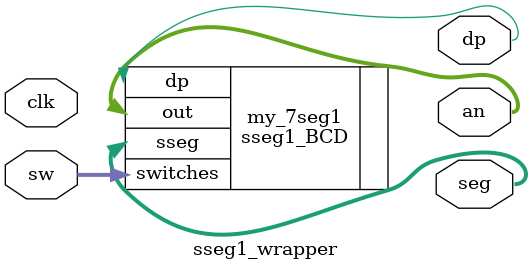
<source format=sv>
`timescale 1ns / 1ps


module sseg1_wrapper(
   input [15:0] sw,
   input clk,
   output [3:0] an,
   output dp,
   output [6:0] seg
);

   sseg1_BCD my_7seg1 (
      .switches(sw),
      .out(an),
      .dp(dp),
      .sseg(seg)
    );
    
endmodule

</source>
